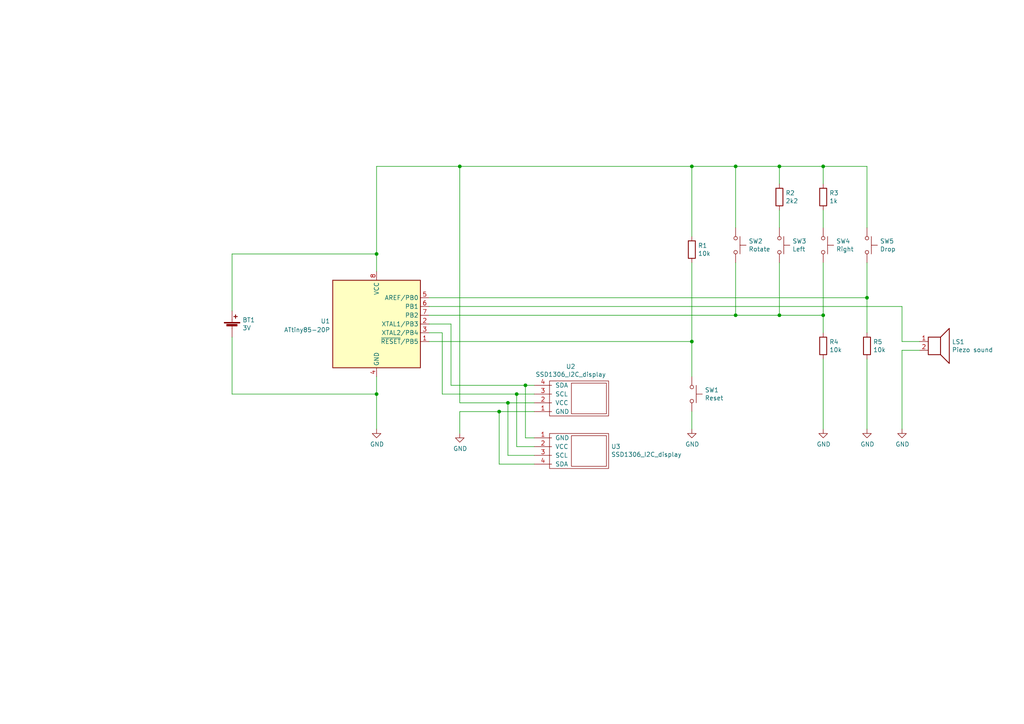
<source format=kicad_sch>
(kicad_sch (version 20211123) (generator eeschema)
  (paper "A4")
  (lib_symbols
    (symbol "Device:Battery_Cell" (pin_numbers hide) (pin_names (offset 0) hide)
      (property "Reference" "BT" (at 2.54 2.54 0))
      (property "Value" "Battery_Cell" (at 2.54 0 0))
      (symbol "Battery_Cell_0_1"
        (rectangle (start -2.286 1.778) (end 2.286 1.524) (fill (type outline)))
        (rectangle (start -1.5748 1.1938) (end 1.4732 0.6858) (fill (type outline)))
        (polyline (pts (xy 0 0.762) (xy 0 0)))
        (polyline (pts (xy 0 1.778) (xy 0 2.54)))
        (polyline (pts (xy 0.508 3.429) (xy 1.524 3.429)) (stroke (width 0.254)))
        (polyline (pts (xy 1.016 3.937) (xy 1.016 2.921)) (stroke (width 0.254)))
      )
      (symbol "Battery_Cell_1_1"
        (pin passive line (at 0 5.08 270) (length 2.54) (name "+") (number "1"))
        (pin passive line (at 0 -2.54 90) (length 2.54) (name "-") (number "2"))
      )
    )
    (symbol "Device:R" (pin_numbers hide) (pin_names (offset 0))
      (property "Reference" "R" (at 2.032 0 90))
      (property "Value" "R" (at 0 0 90))
      (symbol "R_0_1"
        (rectangle (start -1.016 -2.54) (end 1.016 2.54) (stroke (width 0.254)))
      )
      (symbol "R_1_1"
        (pin passive line (at 0 3.81 270) (length 1.27) (name "~") (number "1"))
        (pin passive line (at 0 -3.81 90) (length 1.27) (name "~") (number "2"))
      )
    )
    (symbol "Device:Speaker" (pin_names (offset 0) hide)
      (property "Reference" "LS" (at 1.27 5.715 0))
      (property "Value" "Speaker" (at 1.27 3.81 0))
      (symbol "Speaker_0_0"
        (rectangle (start -2.54 1.27) (end 1.016 -3.81) (stroke (width 0.254)))
        (polyline (pts (xy 1.016 1.27) (xy 3.556 3.81) (xy 3.556 -6.35) (xy 1.016 -3.81)) (stroke (width 0.254)))
      )
      (symbol "Speaker_1_1"
        (pin input line (at -5.08 0 0) (length 2.54) (name "1") (number "1"))
        (pin input line (at -5.08 -2.54 0) (length 2.54) (name "2") (number "2"))
      )
    )
    (symbol "MCU_Microchip_ATtiny:ATtiny85-20P"
      (property "Reference" "U" (at -12.7 13.97 0))
      (property "Value" "ATtiny85-20P" (at 2.54 -13.97 0))
      (symbol "ATtiny85-20P_0_1"
        (rectangle (start -12.7 -12.7) (end 12.7 12.7) (stroke (width 0.254)) (fill (type background)))
      )
      (symbol "ATtiny85-20P_1_1"
        (pin bidirectional line (at 15.24 -5.08 180) (length 2.54) (name "~{RESET}/PB5") (number "1"))
        (pin bidirectional line (at 15.24 0 180) (length 2.54) (name "XTAL1/PB3") (number "2"))
        (pin bidirectional line (at 15.24 -2.54 180) (length 2.54) (name "XTAL2/PB4") (number "3"))
        (pin power_in line (at 0 -15.24 90) (length 2.54) (name "GND") (number "4"))
        (pin bidirectional line (at 15.24 7.62 180) (length 2.54) (name "AREF/PB0") (number "5"))
        (pin bidirectional line (at 15.24 5.08 180) (length 2.54) (name "PB1") (number "6"))
        (pin bidirectional line (at 15.24 2.54 180) (length 2.54) (name "PB2") (number "7"))
        (pin power_in line (at 0 15.24 270) (length 2.54) (name "VCC") (number "8"))
      )
    )
    (symbol "My_Parts:SSD1306_I2C_display" (pin_names (offset 1.016))
      (property "Reference" "U" (at 5.715 2.54 0))
      (property "Value" "SSD1306_I2C_display" (at 12.7 -10.795 0))
      (symbol "SSD1306_I2C_display_0_1"
        (rectangle (start 4.445 1.27) (end 21.59 -8.89))
        (rectangle (start 10.795 0.635) (end 20.955 -8.255))
      )
      (symbol "SSD1306_I2C_display_1_1"
        (pin power_in line (at 0 0 0) (length 5.08) (name "GND") (number "1"))
        (pin power_in line (at 0 -2.54 0) (length 5.08) (name "VCC") (number "2"))
        (pin input line (at 0 -5.08 0) (length 5.08) (name "SCL") (number "3"))
        (pin input line (at 0 -7.62 0) (length 5.08) (name "SDA") (number "4"))
      )
    )
    (symbol "Switch:SW_Push" (pin_numbers hide) (pin_names (offset 1.016) hide)
      (property "Reference" "SW" (at 1.27 2.54 0))
      (property "Value" "SW_Push" (at 0 -1.524 0))
      (symbol "SW_Push_0_1"
        (circle (center -2.032 0) (radius 0.508))
        (polyline (pts (xy 0 1.27) (xy 0 3.048)))
        (polyline (pts (xy 2.54 1.27) (xy -2.54 1.27)))
        (circle (center 2.032 0) (radius 0.508))
        (pin passive line (at -5.08 0 0) (length 2.54) (name "1") (number "1"))
        (pin passive line (at 5.08 0 180) (length 2.54) (name "2") (number "2"))
      )
    )
    (symbol "power:GND" (power) (pin_names (offset 0))
      (property "Value" "GND" (at 0 -3.81 0))
      (symbol "GND_0_1"
        (polyline (pts (xy 0 0) (xy 0 -1.27) (xy 1.27 -1.27) (xy 0 -2.54) (xy -1.27 -1.27) (xy 0 -1.27)))
      )
      (symbol "GND_1_1"
        (pin power_in line (at 0 0 270) (length 0) hide (name "GND") (number "1"))
      )
    )
  )
  (junction (at 200.66 99.06))
  (junction (at 251.46 86.36))
  (junction (at 238.76 48.26))
  (junction (at 149.86 114.3))
  (junction (at 213.36 91.44))
  (junction (at 200.66 48.26))
  (junction (at 144.78 119.38))
  (junction (at 133.35 48.26))
  (junction (at 147.32 116.84))
  (junction (at 213.36 48.26))
  (junction (at 226.06 48.26))
  (junction (at 226.06 91.44))
  (junction (at 109.22 73.66))
  (junction (at 152.4 111.76))
  (junction (at 238.76 91.44))
  (junction (at 109.22 114.3))
  (wire (pts (xy 128.27 114.3) (xy 149.86 114.3)))
  (wire (pts (xy 109.22 48.26) (xy 109.22 73.66)))
  (wire (pts (xy 200.66 76.2) (xy 200.66 99.06)))
  (wire (pts (xy 149.86 114.3) (xy 154.94 114.3)))
  (wire (pts (xy 133.35 116.84) (xy 133.35 48.26)))
  (wire (pts (xy 154.94 134.62) (xy 144.78 134.62)))
  (wire (pts (xy 154.94 127) (xy 152.4 127)))
  (wire (pts (xy 238.76 48.26) (xy 238.76 53.34)))
  (wire (pts (xy 266.7 99.06) (xy 261.62 99.06)))
  (wire (pts (xy 109.22 114.3) (xy 109.22 124.46)))
  (wire (pts (xy 128.27 96.52) (xy 128.27 114.3)))
  (wire (pts (xy 266.7 101.6) (xy 261.62 101.6)))
  (wire (pts (xy 130.81 111.76) (xy 130.81 93.98)))
  (wire (pts (xy 130.81 93.98) (xy 124.46 93.98)))
  (wire (pts (xy 133.35 116.84) (xy 147.32 116.84)))
  (wire (pts (xy 67.31 114.3) (xy 67.31 97.79)))
  (wire (pts (xy 109.22 78.74) (xy 109.22 73.66)))
  (wire (pts (xy 238.76 91.44) (xy 238.76 76.2)))
  (wire (pts (xy 147.32 116.84) (xy 154.94 116.84)))
  (wire (pts (xy 226.06 53.34) (xy 226.06 48.26)))
  (wire (pts (xy 144.78 134.62) (xy 144.78 119.38)))
  (wire (pts (xy 147.32 116.84) (xy 147.32 132.08)))
  (wire (pts (xy 213.36 48.26) (xy 200.66 48.26)))
  (wire (pts (xy 200.66 48.26) (xy 133.35 48.26)))
  (wire (pts (xy 133.35 119.38) (xy 133.35 125.73)))
  (wire (pts (xy 261.62 88.9) (xy 124.46 88.9)))
  (wire (pts (xy 152.4 111.76) (xy 130.81 111.76)))
  (wire (pts (xy 109.22 109.22) (xy 109.22 114.3)))
  (wire (pts (xy 238.76 104.14) (xy 238.76 124.46)))
  (wire (pts (xy 144.78 119.38) (xy 154.94 119.38)))
  (wire (pts (xy 226.06 48.26) (xy 213.36 48.26)))
  (wire (pts (xy 200.66 68.58) (xy 200.66 48.26)))
  (wire (pts (xy 154.94 111.76) (xy 152.4 111.76)))
  (wire (pts (xy 124.46 86.36) (xy 251.46 86.36)))
  (wire (pts (xy 124.46 91.44) (xy 213.36 91.44)))
  (wire (pts (xy 261.62 99.06) (xy 261.62 88.9)))
  (wire (pts (xy 200.66 99.06) (xy 200.66 109.22)))
  (wire (pts (xy 251.46 104.14) (xy 251.46 124.46)))
  (wire (pts (xy 238.76 91.44) (xy 238.76 96.52)))
  (wire (pts (xy 251.46 86.36) (xy 251.46 96.52)))
  (wire (pts (xy 213.36 91.44) (xy 213.36 76.2)))
  (wire (pts (xy 261.62 101.6) (xy 261.62 124.46)))
  (wire (pts (xy 133.35 48.26) (xy 109.22 48.26)))
  (wire (pts (xy 238.76 48.26) (xy 251.46 48.26)))
  (wire (pts (xy 109.22 73.66) (xy 67.31 73.66)))
  (wire (pts (xy 226.06 60.96) (xy 226.06 66.04)))
  (wire (pts (xy 213.36 48.26) (xy 213.36 66.04)))
  (wire (pts (xy 251.46 86.36) (xy 251.46 76.2)))
  (wire (pts (xy 238.76 66.04) (xy 238.76 60.96)))
  (wire (pts (xy 226.06 91.44) (xy 226.06 76.2)))
  (wire (pts (xy 226.06 48.26) (xy 238.76 48.26)))
  (wire (pts (xy 109.22 114.3) (xy 67.31 114.3)))
  (wire (pts (xy 133.35 119.38) (xy 144.78 119.38)))
  (wire (pts (xy 67.31 73.66) (xy 67.31 90.17)))
  (wire (pts (xy 213.36 91.44) (xy 226.06 91.44)))
  (wire (pts (xy 124.46 99.06) (xy 200.66 99.06)))
  (wire (pts (xy 251.46 48.26) (xy 251.46 66.04)))
  (wire (pts (xy 154.94 129.54) (xy 149.86 129.54)))
  (wire (pts (xy 124.46 96.52) (xy 128.27 96.52)))
  (wire (pts (xy 149.86 129.54) (xy 149.86 114.3)))
  (wire (pts (xy 147.32 132.08) (xy 154.94 132.08)))
  (wire (pts (xy 226.06 91.44) (xy 238.76 91.44)))
  (wire (pts (xy 152.4 127) (xy 152.4 111.76)))
  (wire (pts (xy 200.66 119.38) (xy 200.66 124.46)))
  (symbol (lib_id "Device:Speaker") (at 271.78 99.06 0) (unit 1)
    (property "Reference" "LS1" (at 276.098 99.1616 0) (effects (justify left)))
    (property "Value" "Piezo sound" (at 276.098 101.473 0) (effects (justify left)))
    (property "Footprint" "My_Misc:Buzzer_TDK_PS1240P02BT_D12.2mm_H6.5mm_large" (effects hide))
  )
  (symbol (lib_id "Switch:SW_Push") (at 213.36 71.12 270) (unit 1)
    (property "Reference" "SW2" (at 217.1192 69.9516 90) (effects (justify left)))
    (property "Value" "Rotate" (at 217.1192 72.263 90) (effects (justify left)))
    (property "Footprint" "My_Misc:SW_PUSH_6mm_large" (effects hide))
  )
  (symbol (lib_id "Switch:SW_Push") (at 226.06 71.12 270) (unit 1)
    (property "Reference" "SW3" (at 229.8192 69.9516 90) (effects (justify left)))
    (property "Value" "Left" (at 229.8192 72.263 90) (effects (justify left)))
    (property "Footprint" "My_Misc:SW_PUSH_6mm_large" (effects hide))
  )
  (symbol (lib_id "Switch:SW_Push") (at 238.76 71.12 270) (unit 1)
    (property "Reference" "SW4" (at 242.5192 69.9516 90) (effects (justify left)))
    (property "Value" "Right" (at 242.5192 72.263 90) (effects (justify left)))
    (property "Footprint" "My_Misc:SW_PUSH_6mm_large" (effects hide))
  )
  (symbol (lib_id "Switch:SW_Push") (at 251.46 71.12 270) (unit 1)
    (property "Reference" "SW5" (at 255.2192 69.9516 90) (effects (justify left)))
    (property "Value" "Drop" (at 255.2192 72.263 90) (effects (justify left)))
    (property "Footprint" "My_Misc:SW_PUSH_6mm_large" (effects hide))
  )
  (symbol (lib_id "Device:R") (at 226.06 57.15 0) (unit 1)
    (property "Reference" "R2" (at 227.838 55.9816 0) (effects (justify left)))
    (property "Value" "2k2" (at 227.838 58.293 0) (effects (justify left)))
    (property "Footprint" "My_Misc:R_Axial_DIN0207_L6.3mm_D2.5mm_P10.16mm_Horizontal_larger_pads" (effects hide))
  )
  (symbol (lib_id "Device:R") (at 238.76 57.15 0) (unit 1)
    (property "Reference" "R3" (at 240.538 55.9816 0) (effects (justify left)))
    (property "Value" "1k" (at 240.538 58.293 0) (effects (justify left)))
    (property "Footprint" "My_Misc:R_Axial_DIN0207_L6.3mm_D2.5mm_P10.16mm_Horizontal_larger_pads" (effects hide))
  )
  (symbol (lib_id "Device:R") (at 251.46 100.33 0) (unit 1)
    (property "Reference" "R5" (at 253.238 99.1616 0) (effects (justify left)))
    (property "Value" "10k" (at 253.238 101.473 0) (effects (justify left)))
    (property "Footprint" "My_Misc:R_Axial_DIN0207_L6.3mm_D2.5mm_P10.16mm_Horizontal_larger_pads" (effects hide))
  )
  (symbol (lib_id "Device:Battery_Cell") (at 67.31 95.25 0) (unit 1)
    (property "Reference" "BT1" (at 70.3072 92.8116 0) (effects (justify left)))
    (property "Value" "3V" (at 70.3072 95.123 0) (effects (justify left)))
    (property "Footprint" "Battery:BatteryHolder_Keystone_103_1x20mm" (effects hide))
  )
  (symbol (lib_id "Switch:SW_Push") (at 200.66 114.3 270) (unit 1)
    (property "Reference" "SW1" (at 204.4192 113.1316 90) (effects (justify left)))
    (property "Value" "Reset" (at 204.4192 115.443 90) (effects (justify left)))
    (property "Footprint" "My_Misc:SW_PUSH_6mm_large" (effects hide))
  )
  (symbol (lib_id "power:GND") (at 200.66 124.46 0) (unit 1)
    (property "Reference" "#PWR03" (effects hide))
    (property "Value" "GND" (at 200.787 128.8542 0))
  )
  (symbol (lib_id "power:GND") (at 109.22 124.46 0) (unit 1)
    (property "Reference" "#PWR01" (effects hide))
    (property "Value" "GND" (at 109.347 128.8542 0))
  )
  (symbol (lib_id "power:GND") (at 251.46 124.46 0) (unit 1)
    (property "Reference" "#PWR05" (effects hide))
    (property "Value" "GND" (at 251.587 128.8542 0))
  )
  (symbol (lib_id "Device:R") (at 238.76 100.33 0) (unit 1)
    (property "Reference" "R4" (at 240.538 99.1616 0) (effects (justify left)))
    (property "Value" "10k" (at 240.538 101.473 0) (effects (justify left)))
    (property "Footprint" "My_Misc:R_Axial_DIN0207_L6.3mm_D2.5mm_P10.16mm_Horizontal_larger_pads" (effects hide))
  )
  (symbol (lib_id "power:GND") (at 238.76 124.46 0) (unit 1)
    (property "Reference" "#PWR04" (effects hide))
    (property "Value" "GND" (at 238.887 128.8542 0))
  )
  (symbol (lib_id "power:GND") (at 261.62 124.46 0) (unit 1)
    (property "Reference" "#PWR06" (effects hide))
    (property "Value" "GND" (at 261.747 128.8542 0))
  )
  (symbol (lib_id "My_Parts:SSD1306_I2C_display") (at 154.94 119.38 0) (mirror x) (unit 1)
    (property "Reference" "U2" (at 165.5318 106.299 0))
    (property "Value" "SSD1306_I2C_display" (at 165.5318 108.6104 0))
    (property "Footprint" "My_Parts:SSD1306_I2C_0.96_OLED_display_no_display_large" (effects hide))
  )
  (symbol (lib_id "power:GND") (at 133.35 125.73 0) (unit 1)
    (property "Reference" "#PWR02" (effects hide))
    (property "Value" "GND" (at 133.477 130.1242 0))
  )
  (symbol (lib_id "Device:R") (at 200.66 72.39 0) (unit 1)
    (property "Reference" "R1" (at 202.438 71.2216 0) (effects (justify left)))
    (property "Value" "10k" (at 202.438 73.533 0) (effects (justify left)))
    (property "Footprint" "My_Misc:R_Axial_DIN0207_L6.3mm_D2.5mm_P10.16mm_Horizontal_larger_pads" (effects hide))
  )
  (symbol (lib_id "My_Parts:SSD1306_I2C_display") (at 154.94 127 0) (unit 1)
    (property "Reference" "U3" (at 177.2412 129.5146 0) (effects (justify left)))
    (property "Value" "SSD1306_I2C_display" (at 177.2412 131.826 0) (effects (justify left)))
    (property "Footprint" "My_Parts:SSD1306_I2C_0.96_OLED_display_large" (effects hide))
  )
  (symbol (lib_id "MCU_Microchip_ATtiny:ATtiny85-20P") (at 109.22 93.98 0) (unit 1)
    (property "Reference" "U1" (at 95.758 93.1453 0) (effects (justify right)))
    (property "Value" "ATtiny85-20P" (at 95.758 95.6822 0) (effects (justify right)))
    (property "Footprint" "My_Misc:DIP-8_W7.62mm_Socket_w_dip_packet_LongPads" (effects hide))
    (property "Datasheet" "http://ww1.microchip.com/downloads/en/DeviceDoc/atmel-2586-avr-8-bit-microcontroller-attiny25-attiny45-attiny85_datasheet.pdf" (effects hide))
  )
)
</source>
